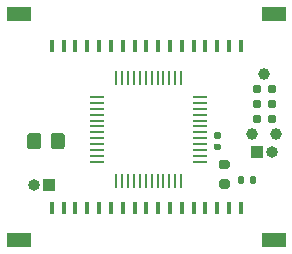
<source format=gts>
G04 #@! TF.GenerationSoftware,KiCad,Pcbnew,(5.1.9-0-10_14)*
G04 #@! TF.CreationDate,2021-10-22T14:59:34+02:00*
G04 #@! TF.ProjectId,TFRAS_TOP,54465241-535f-4544-9f50-2e6b69636164,rev?*
G04 #@! TF.SameCoordinates,Original*
G04 #@! TF.FileFunction,Soldermask,Top*
G04 #@! TF.FilePolarity,Negative*
%FSLAX46Y46*%
G04 Gerber Fmt 4.6, Leading zero omitted, Abs format (unit mm)*
G04 Created by KiCad (PCBNEW (5.1.9-0-10_14)) date 2021-10-22 14:59:34*
%MOMM*%
%LPD*%
G01*
G04 APERTURE LIST*
%ADD10O,1.000000X1.000000*%
%ADD11R,1.000000X1.000000*%
%ADD12R,0.400000X1.000000*%
%ADD13R,2.000000X1.300000*%
%ADD14R,0.250000X1.300000*%
%ADD15R,1.300000X0.250000*%
%ADD16C,0.787400*%
%ADD17C,0.990600*%
G04 APERTURE END LIST*
G36*
G01*
X38325000Y-36425000D02*
X38875000Y-36425000D01*
G75*
G02*
X39075000Y-36625000I0J-200000D01*
G01*
X39075000Y-37025000D01*
G75*
G02*
X38875000Y-37225000I-200000J0D01*
G01*
X38325000Y-37225000D01*
G75*
G02*
X38125000Y-37025000I0J200000D01*
G01*
X38125000Y-36625000D01*
G75*
G02*
X38325000Y-36425000I200000J0D01*
G01*
G37*
G36*
G01*
X38325000Y-34775000D02*
X38875000Y-34775000D01*
G75*
G02*
X39075000Y-34975000I0J-200000D01*
G01*
X39075000Y-35375000D01*
G75*
G02*
X38875000Y-35575000I-200000J0D01*
G01*
X38325000Y-35575000D01*
G75*
G02*
X38125000Y-35375000I0J200000D01*
G01*
X38125000Y-34975000D01*
G75*
G02*
X38325000Y-34775000I200000J0D01*
G01*
G37*
D10*
X42600000Y-34100000D03*
D11*
X41330000Y-34100000D03*
D10*
X22500000Y-36900000D03*
D11*
X23770000Y-36900000D03*
G36*
G01*
X23900000Y-33650001D02*
X23900000Y-32749999D01*
G75*
G02*
X24149999Y-32500000I249999J0D01*
G01*
X24850001Y-32500000D01*
G75*
G02*
X25100000Y-32749999I0J-249999D01*
G01*
X25100000Y-33650001D01*
G75*
G02*
X24850001Y-33900000I-249999J0D01*
G01*
X24149999Y-33900000D01*
G75*
G02*
X23900000Y-33650001I0J249999D01*
G01*
G37*
G36*
G01*
X21900000Y-33650001D02*
X21900000Y-32749999D01*
G75*
G02*
X22149999Y-32500000I249999J0D01*
G01*
X22850001Y-32500000D01*
G75*
G02*
X23100000Y-32749999I0J-249999D01*
G01*
X23100000Y-33650001D01*
G75*
G02*
X22850001Y-33900000I-249999J0D01*
G01*
X22149999Y-33900000D01*
G75*
G02*
X21900000Y-33650001I0J249999D01*
G01*
G37*
D12*
X40000000Y-38890000D03*
X39000000Y-38890000D03*
X38000000Y-38890000D03*
X37000000Y-38890000D03*
X36000000Y-38890000D03*
X35000000Y-38890000D03*
X34000000Y-38890000D03*
X33000000Y-38890000D03*
X32000000Y-38890000D03*
X31000000Y-38890000D03*
X30000000Y-38890000D03*
X29000000Y-38890000D03*
X28000000Y-38890000D03*
X27000000Y-38890000D03*
X26000000Y-38890000D03*
X25000000Y-38890000D03*
X24000000Y-38890000D03*
D13*
X42800000Y-41590000D03*
X21200000Y-41590000D03*
D14*
X29450000Y-27850000D03*
X29950000Y-27850000D03*
X30450000Y-27850000D03*
X30950000Y-27850000D03*
X31450000Y-27850000D03*
X31950000Y-27850000D03*
X32450000Y-27850000D03*
X32950000Y-27850000D03*
X33450000Y-27850000D03*
X33950000Y-27850000D03*
X34450000Y-27850000D03*
X34950000Y-27850000D03*
D15*
X36550000Y-29450000D03*
X36550000Y-29950000D03*
X36550000Y-30450000D03*
X36550000Y-30950000D03*
X36550000Y-31450000D03*
X36550000Y-31950000D03*
X36550000Y-32450000D03*
X36550000Y-32950000D03*
X36550000Y-33450000D03*
X36550000Y-33950000D03*
X36550000Y-34450000D03*
X36550000Y-34950000D03*
D14*
X34950000Y-36550000D03*
X34450000Y-36550000D03*
X33950000Y-36550000D03*
X33450000Y-36550000D03*
X32950000Y-36550000D03*
X32450000Y-36550000D03*
X31950000Y-36550000D03*
X31450000Y-36550000D03*
X30950000Y-36550000D03*
X30450000Y-36550000D03*
X29950000Y-36550000D03*
X29450000Y-36550000D03*
D15*
X27850000Y-34950000D03*
X27850000Y-34450000D03*
X27850000Y-33950000D03*
X27850000Y-33450000D03*
X27850000Y-32950000D03*
X27850000Y-32450000D03*
X27850000Y-31950000D03*
X27850000Y-31450000D03*
X27850000Y-30950000D03*
X27850000Y-30450000D03*
X27850000Y-29950000D03*
X27850000Y-29450000D03*
G36*
G01*
X38170000Y-33000000D02*
X37830000Y-33000000D01*
G75*
G02*
X37690000Y-32860000I0J140000D01*
G01*
X37690000Y-32580000D01*
G75*
G02*
X37830000Y-32440000I140000J0D01*
G01*
X38170000Y-32440000D01*
G75*
G02*
X38310000Y-32580000I0J-140000D01*
G01*
X38310000Y-32860000D01*
G75*
G02*
X38170000Y-33000000I-140000J0D01*
G01*
G37*
G36*
G01*
X38170000Y-33960000D02*
X37830000Y-33960000D01*
G75*
G02*
X37690000Y-33820000I0J140000D01*
G01*
X37690000Y-33540000D01*
G75*
G02*
X37830000Y-33400000I140000J0D01*
G01*
X38170000Y-33400000D01*
G75*
G02*
X38310000Y-33540000I0J-140000D01*
G01*
X38310000Y-33820000D01*
G75*
G02*
X38170000Y-33960000I-140000J0D01*
G01*
G37*
D16*
X42600000Y-31340000D03*
X41330000Y-31340000D03*
X42600000Y-30070000D03*
X41330000Y-30070000D03*
X42600000Y-28800000D03*
X41330000Y-28800000D03*
D17*
X41965000Y-27530000D03*
X40949000Y-32610000D03*
X42981000Y-32610000D03*
G36*
G01*
X40270000Y-36315000D02*
X40270000Y-36685000D01*
G75*
G02*
X40135000Y-36820000I-135000J0D01*
G01*
X39865000Y-36820000D01*
G75*
G02*
X39730000Y-36685000I0J135000D01*
G01*
X39730000Y-36315000D01*
G75*
G02*
X39865000Y-36180000I135000J0D01*
G01*
X40135000Y-36180000D01*
G75*
G02*
X40270000Y-36315000I0J-135000D01*
G01*
G37*
G36*
G01*
X41290000Y-36315000D02*
X41290000Y-36685000D01*
G75*
G02*
X41155000Y-36820000I-135000J0D01*
G01*
X40885000Y-36820000D01*
G75*
G02*
X40750000Y-36685000I0J135000D01*
G01*
X40750000Y-36315000D01*
G75*
G02*
X40885000Y-36180000I135000J0D01*
G01*
X41155000Y-36180000D01*
G75*
G02*
X41290000Y-36315000I0J-135000D01*
G01*
G37*
D12*
X24000000Y-25110000D03*
X25000000Y-25110000D03*
X26000000Y-25110000D03*
X27000000Y-25110000D03*
X28000000Y-25110000D03*
X29000000Y-25110000D03*
X30000000Y-25110000D03*
X31000000Y-25110000D03*
X32000000Y-25110000D03*
X33000000Y-25110000D03*
X34000000Y-25110000D03*
X35000000Y-25110000D03*
X36000000Y-25110000D03*
X37000000Y-25110000D03*
X38000000Y-25110000D03*
X39000000Y-25110000D03*
X40000000Y-25110000D03*
D13*
X21200000Y-22410000D03*
X42800000Y-22410000D03*
M02*

</source>
